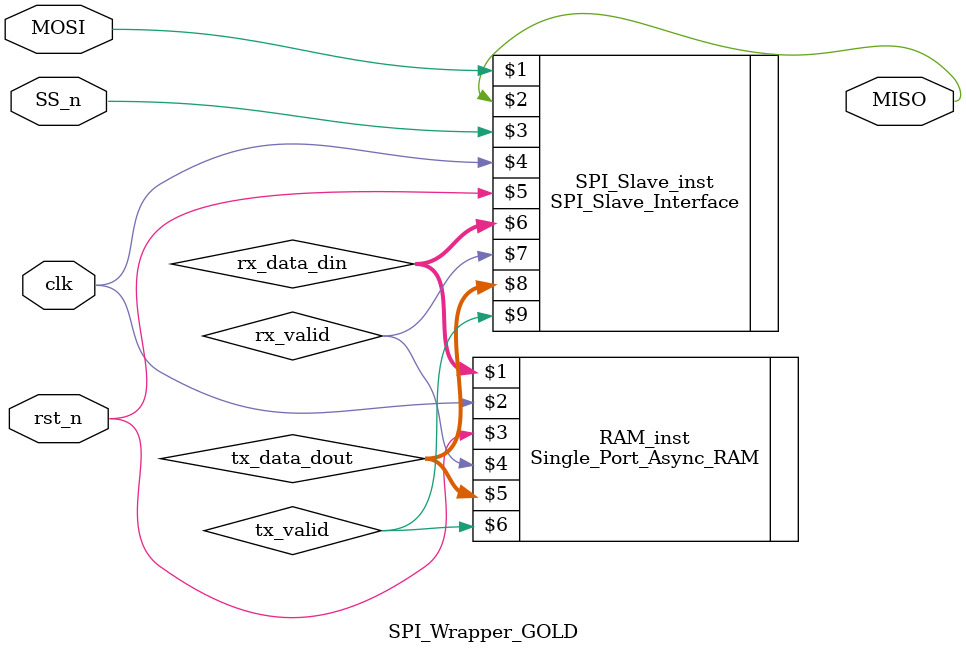
<source format=sv>

module SPI_Wrapper_GOLD (MOSI,MISO,SS_n,clk,rst_n);

parameter MEM_DEPTH = 256;
parameter ADDR_SIZE = 8;

input MOSI, SS_n, clk, rst_n; // SS_n -> Activate Communication Between SPI_Slave & RAM

output MISO;

wire [9:0] rx_data_din;
wire rx_valid;
wire [7:0] tx_data_dout;
wire tx_valid;

SPI_Slave_Interface SPI_Slave_inst (MOSI,MISO,SS_n,clk,rst_n,rx_data_din,rx_valid,tx_data_dout,tx_valid);

Single_Port_Async_RAM #(MEM_DEPTH,ADDR_SIZE) RAM_inst (rx_data_din,clk,rst_n,rx_valid,tx_data_dout,tx_valid);

endmodule

// When SS_n = 0 -> Tell SPI_Slave_Interface That the Master Begin Communication
// When SS_n = 1 -> Tell SPI_Slave_Interface That the Master END Communication
</source>
